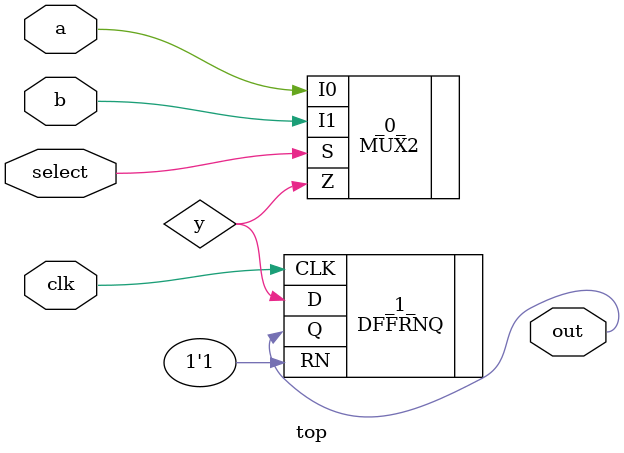
<source format=v>
/* Generated by Yosys 0.48+70 (git sha1 85c425469, g++ 13.3.0-6ubuntu2~24.04 -fPIC -O3) */

module top(a, b, clk, select, out);
  input a;
  wire a;
  input b;
  wire b;
  input clk;
  wire clk;
  output out;
  wire out;
  input select;
  wire select;
  wire y;
  MUX2 _0_ (
    .I0(a),
    .I1(b),
    .S(select),
    .Z(y)
  );
  DFFRNQ _1_ (
    .CLK(clk),
    .D(y),
    .Q(out),
    .RN(1'h1)
  );
endmodule

</source>
